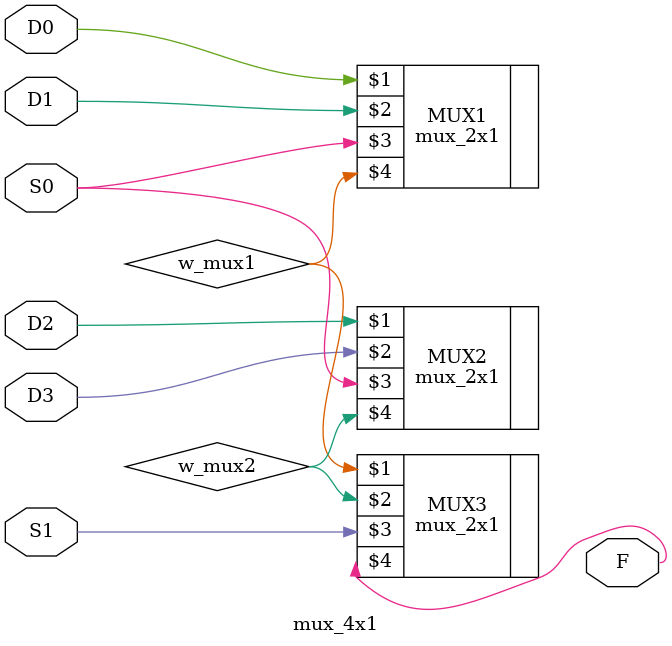
<source format=v>
module mux_4x1(input D0 , input D1 , input D2 , input D3 , input S0 , input S1 , output F);

wire w_mux1 , w_mux2;

mux_2x1 MUX1(D0 , D1 , S0 , w_mux1);
mux_2x1 MUX2(D2 , D3 , S0 , w_mux2);
mux_2x1 MUX3(w_mux1 , w_mux2 , S1 , F);

endmodule
</source>
